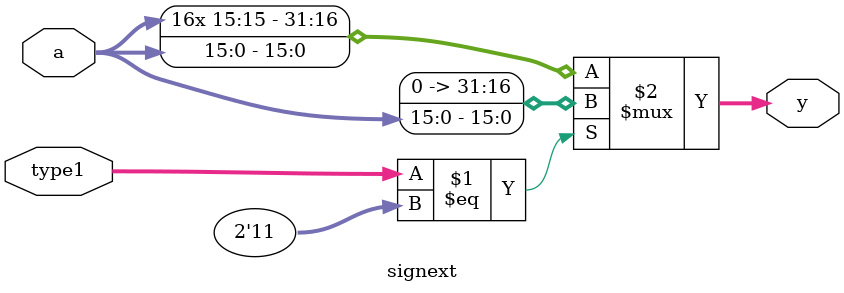
<source format=v>
`timescale 1ns / 1ps

/**
 * @brief 符号扩展
 * 
 * @param a: 初始输入16位
 * @param y: 扩展后的32位
 */

module signext(
	input wire[15:0] a,
	input wire[1:0] type1,
	output wire[31:0] y
	);
	//andi,xori,lui,ori指令的a[29:28]的两位对应的是11,其余均为00
	assign y = (type1 == 2'b11)? {{16{1'b0}},a} : {{16{a[15]}},a};
endmodule

</source>
